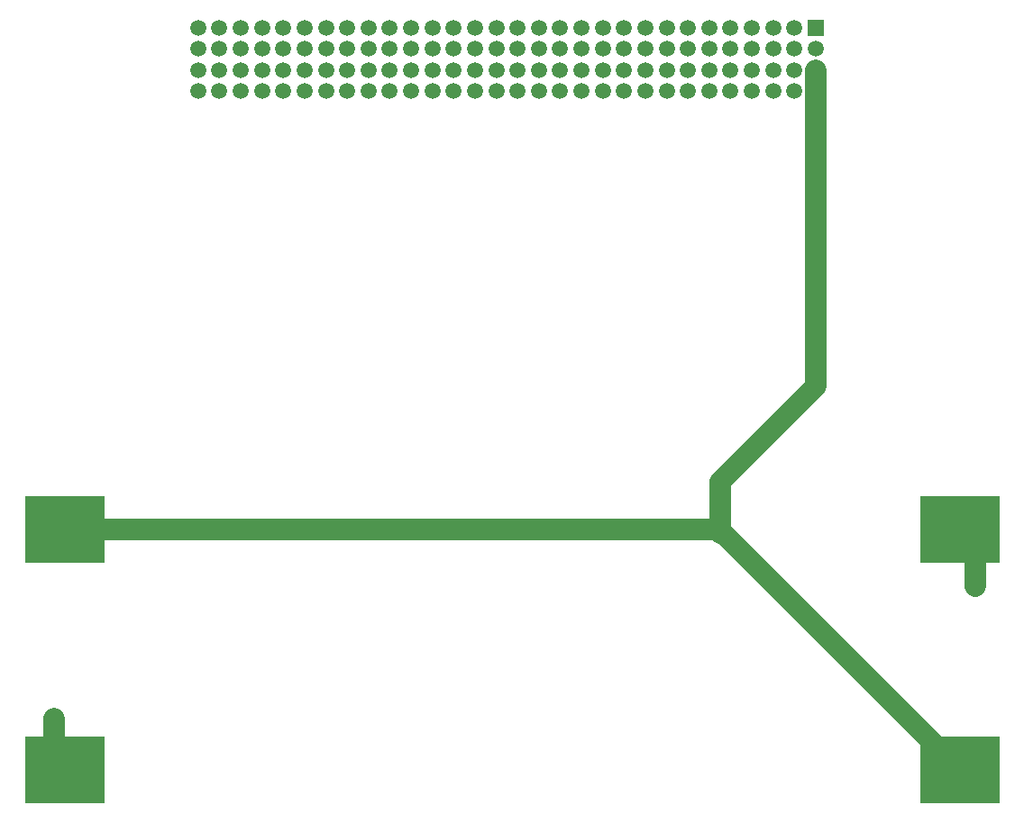
<source format=gbr>
%TF.GenerationSoftware,KiCad,Pcbnew,8.0.0*%
%TF.CreationDate,2025-01-17T03:21:33+02:00*%
%TF.ProjectId,diplomna_2024_bms_pcb_layout,6469706c-6f6d-46e6-915f-323032345f62,rev?*%
%TF.SameCoordinates,Original*%
%TF.FileFunction,Copper,L1,Top*%
%TF.FilePolarity,Positive*%
%FSLAX46Y46*%
G04 Gerber Fmt 4.6, Leading zero omitted, Abs format (unit mm)*
G04 Created by KiCad (PCBNEW 8.0.0) date 2025-01-17 03:21:33*
%MOMM*%
%LPD*%
G01*
G04 APERTURE LIST*
%TA.AperFunction,ComponentPad*%
%ADD10R,1.500000X1.500000*%
%TD*%
%TA.AperFunction,ComponentPad*%
%ADD11C,1.500000*%
%TD*%
%TA.AperFunction,SMDPad,CuDef*%
%ADD12R,7.540000X6.350000*%
%TD*%
%TA.AperFunction,ViaPad*%
%ADD13C,0.600000*%
%TD*%
%TA.AperFunction,Conductor*%
%ADD14C,0.200000*%
%TD*%
%TA.AperFunction,Conductor*%
%ADD15C,2.000000*%
%TD*%
G04 APERTURE END LIST*
D10*
%TO.P,J\u002A\u002A,1*%
%TO.N,GND*%
X251000000Y-53500000D03*
D11*
%TO.P,J\u002A\u002A,2*%
X249000000Y-53500000D03*
%TO.P,J\u002A\u002A,3*%
%TO.N,N/C*%
X247000000Y-53500000D03*
%TO.P,J\u002A\u002A,4*%
X245000000Y-53500000D03*
%TO.P,J\u002A\u002A,5*%
X243000000Y-53500000D03*
%TO.P,J\u002A\u002A,6*%
X241000000Y-53500000D03*
%TO.P,J\u002A\u002A,7*%
X239000000Y-53500000D03*
%TO.P,J\u002A\u002A,8*%
X237000000Y-53500000D03*
%TO.P,J\u002A\u002A,9*%
X235000000Y-53500000D03*
%TO.P,J\u002A\u002A,10*%
X233000000Y-53500000D03*
%TO.P,J\u002A\u002A,11*%
X231000000Y-53500000D03*
%TO.P,J\u002A\u002A,12*%
X229000000Y-53500000D03*
%TO.P,J\u002A\u002A,13*%
X227000000Y-53500000D03*
%TO.P,J\u002A\u002A,14*%
X225000000Y-53500000D03*
%TO.P,J\u002A\u002A,15*%
X223000000Y-53500000D03*
%TO.P,J\u002A\u002A,16*%
X221000000Y-53500000D03*
%TO.P,J\u002A\u002A,17*%
X219000000Y-53500000D03*
%TO.P,J\u002A\u002A,18*%
X217000000Y-53500000D03*
%TO.P,J\u002A\u002A,19*%
X215000000Y-53500000D03*
%TO.P,J\u002A\u002A,20*%
X213000000Y-53500000D03*
%TO.P,J\u002A\u002A,21*%
X211000000Y-53500000D03*
%TO.P,J\u002A\u002A,22*%
X209000000Y-53500000D03*
%TO.P,J\u002A\u002A,23*%
X207000000Y-53500000D03*
%TO.P,J\u002A\u002A,24*%
X205000000Y-53500000D03*
%TO.P,J\u002A\u002A,25*%
X203000000Y-53500000D03*
%TO.P,J\u002A\u002A,26*%
X201000000Y-53500000D03*
%TO.P,J\u002A\u002A,27*%
X199000000Y-53500000D03*
%TO.P,J\u002A\u002A,28*%
X197000000Y-53500000D03*
%TO.P,J\u002A\u002A,29*%
X195000000Y-53500000D03*
%TO.P,J\u002A\u002A,30*%
%TO.N,GND*%
X193000000Y-53500000D03*
%TO.P,J\u002A\u002A,31*%
X251000000Y-55500000D03*
%TO.P,J\u002A\u002A,32*%
%TO.N,N/C*%
X249000000Y-55500000D03*
%TO.P,J\u002A\u002A,33*%
X247000000Y-55500000D03*
%TO.P,J\u002A\u002A,34*%
X245000000Y-55500000D03*
%TO.P,J\u002A\u002A,35*%
X243000000Y-55500000D03*
%TO.P,J\u002A\u002A,36*%
X241000000Y-55500000D03*
%TO.P,J\u002A\u002A,37*%
X239000000Y-55500000D03*
%TO.P,J\u002A\u002A,38*%
X237000000Y-55500000D03*
%TO.P,J\u002A\u002A,39*%
X235000000Y-55500000D03*
%TO.P,J\u002A\u002A,40*%
X233000000Y-55500000D03*
%TO.P,J\u002A\u002A,41*%
X231000000Y-55500000D03*
%TO.P,J\u002A\u002A,42*%
X229000000Y-55500000D03*
%TO.P,J\u002A\u002A,43*%
X227000000Y-55500000D03*
%TO.P,J\u002A\u002A,44*%
X225000000Y-55500000D03*
%TO.P,J\u002A\u002A,45*%
X223000000Y-55500000D03*
%TO.P,J\u002A\u002A,46*%
X221000000Y-55500000D03*
%TO.P,J\u002A\u002A,47*%
X219000000Y-55500000D03*
%TO.P,J\u002A\u002A,48*%
X217000000Y-55500000D03*
%TO.P,J\u002A\u002A,49*%
X215000000Y-55500000D03*
%TO.P,J\u002A\u002A,50*%
X213000000Y-55500000D03*
%TO.P,J\u002A\u002A,51*%
X211000000Y-55500000D03*
%TO.P,J\u002A\u002A,52*%
X209000000Y-55500000D03*
%TO.P,J\u002A\u002A,53*%
X207000000Y-55500000D03*
%TO.P,J\u002A\u002A,54*%
X205000000Y-55500000D03*
%TO.P,J\u002A\u002A,55*%
X203000000Y-55500000D03*
%TO.P,J\u002A\u002A,56*%
X201000000Y-55500000D03*
%TO.P,J\u002A\u002A,57*%
X199000000Y-55500000D03*
%TO.P,J\u002A\u002A,58*%
X197000000Y-55500000D03*
%TO.P,J\u002A\u002A,59*%
X195000000Y-55500000D03*
%TO.P,J\u002A\u002A,60*%
X193000000Y-55500000D03*
%TO.P,J\u002A\u002A,61*%
%TO.N,VDD*%
X251000000Y-57500000D03*
%TO.P,J\u002A\u002A,62*%
%TO.N,N/C*%
X249000000Y-57500000D03*
%TO.P,J\u002A\u002A,63*%
X247000000Y-57500000D03*
%TO.P,J\u002A\u002A,64*%
X245000000Y-57500000D03*
%TO.P,J\u002A\u002A,65*%
X243000000Y-57500000D03*
%TO.P,J\u002A\u002A,66*%
X241000000Y-57500000D03*
%TO.P,J\u002A\u002A,67*%
X239000000Y-57500000D03*
%TO.P,J\u002A\u002A,68*%
X237000000Y-57500000D03*
%TO.P,J\u002A\u002A,69*%
X235000000Y-57500000D03*
%TO.P,J\u002A\u002A,70*%
X233000000Y-57500000D03*
%TO.P,J\u002A\u002A,71*%
X231000000Y-57500000D03*
%TO.P,J\u002A\u002A,72*%
X229000000Y-57500000D03*
%TO.P,J\u002A\u002A,73*%
X227000000Y-57500000D03*
%TO.P,J\u002A\u002A,74*%
X225000000Y-57500000D03*
%TO.P,J\u002A\u002A,75*%
X223000000Y-57500000D03*
%TO.P,J\u002A\u002A,76*%
X221000000Y-57500000D03*
%TO.P,J\u002A\u002A,77*%
X219000000Y-57500000D03*
%TO.P,J\u002A\u002A,78*%
X217000000Y-57500000D03*
%TO.P,J\u002A\u002A,79*%
X215000000Y-57500000D03*
%TO.P,J\u002A\u002A,80*%
X213000000Y-57500000D03*
%TO.P,J\u002A\u002A,81*%
X211000000Y-57500000D03*
%TO.P,J\u002A\u002A,82*%
X209000000Y-57500000D03*
%TO.P,J\u002A\u002A,83*%
X207000000Y-57500000D03*
%TO.P,J\u002A\u002A,84*%
X205000000Y-57500000D03*
%TO.P,J\u002A\u002A,85*%
X203000000Y-57500000D03*
%TO.P,J\u002A\u002A,86*%
X201000000Y-57500000D03*
%TO.P,J\u002A\u002A,87*%
X199000000Y-57500000D03*
%TO.P,J\u002A\u002A,88*%
X197000000Y-57500000D03*
%TO.P,J\u002A\u002A,89*%
X195000000Y-57500000D03*
%TO.P,J\u002A\u002A,90*%
X193000000Y-57500000D03*
%TO.P,J\u002A\u002A,91*%
%TO.N,VDD*%
X251000000Y-59500000D03*
%TO.P,J\u002A\u002A,92*%
%TO.N,N/C*%
X249000000Y-59500000D03*
%TO.P,J\u002A\u002A,93*%
X247000000Y-59500000D03*
%TO.P,J\u002A\u002A,94*%
X245000000Y-59500000D03*
%TO.P,J\u002A\u002A,95*%
X243000000Y-59500000D03*
%TO.P,J\u002A\u002A,96*%
X241000000Y-59500000D03*
%TO.P,J\u002A\u002A,97*%
X239000000Y-59500000D03*
%TO.P,J\u002A\u002A,98*%
X237000000Y-59500000D03*
%TO.P,J\u002A\u002A,99*%
X235000000Y-59500000D03*
%TO.P,J\u002A\u002A,100*%
X233000000Y-59500000D03*
%TO.P,J\u002A\u002A,101*%
X231000000Y-59500000D03*
%TO.P,J\u002A\u002A,102*%
X229000000Y-59500000D03*
%TO.P,J\u002A\u002A,103*%
X227000000Y-59500000D03*
%TO.P,J\u002A\u002A,104*%
X225000000Y-59500000D03*
%TO.P,J\u002A\u002A,105*%
X223000000Y-59500000D03*
%TO.P,J\u002A\u002A,106*%
X221000000Y-59500000D03*
%TO.P,J\u002A\u002A,107*%
X219000000Y-59500000D03*
%TO.P,J\u002A\u002A,108*%
X217000000Y-59500000D03*
%TO.P,J\u002A\u002A,109*%
X215000000Y-59500000D03*
%TO.P,J\u002A\u002A,110*%
X213000000Y-59500000D03*
%TO.P,J\u002A\u002A,111*%
X211000000Y-59500000D03*
%TO.P,J\u002A\u002A,112*%
X209000000Y-59500000D03*
%TO.P,J\u002A\u002A,113*%
X207000000Y-59500000D03*
%TO.P,J\u002A\u002A,114*%
X205000000Y-59500000D03*
%TO.P,J\u002A\u002A,115*%
X203000000Y-59500000D03*
%TO.P,J\u002A\u002A,116*%
X201000000Y-59500000D03*
%TO.P,J\u002A\u002A,117*%
X199000000Y-59500000D03*
%TO.P,J\u002A\u002A,118*%
X197000000Y-59500000D03*
%TO.P,J\u002A\u002A,119*%
X195000000Y-59500000D03*
%TO.P,J\u002A\u002A,120*%
X193000000Y-59500000D03*
%TD*%
D12*
%TO.P,REF\u002A\u002A,N1*%
%TO.N,GND*%
X264550000Y-100720000D03*
%TO.P,REF\u002A\u002A,N2*%
X180450000Y-123280000D03*
%TO.P,REF\u002A\u002A,P1*%
%TO.N,VDD*%
X180450000Y-100720000D03*
%TO.P,REF\u002A\u002A,P2*%
X264550000Y-123280000D03*
%TD*%
D13*
%TO.N,GND*%
X266000000Y-106000000D03*
X179500000Y-118500000D03*
%TO.N,VDD*%
X242000000Y-101000000D03*
%TD*%
D14*
%TO.N,*%
X198928000Y-59572000D02*
X199000000Y-59500000D01*
X233000000Y-59600000D02*
X233000000Y-59500000D01*
%TO.N,GND*%
X266000000Y-102170000D02*
X264550000Y-100720000D01*
X179500000Y-122330000D02*
X180450000Y-123280000D01*
D15*
X266000000Y-106000000D02*
X266000000Y-102170000D01*
X179500000Y-118500000D02*
X179500000Y-122330000D01*
%TO.N,VDD*%
X241990000Y-100720000D02*
X242000000Y-100730000D01*
X242000000Y-101000000D02*
X242270000Y-101000000D01*
X251000000Y-87202715D02*
X251000000Y-57500000D01*
X180450000Y-100720000D02*
X241990000Y-100720000D01*
X242000000Y-100730000D02*
X242000000Y-101000000D01*
X242000000Y-101000000D02*
X242000000Y-96202715D01*
X242000000Y-96202715D02*
X251000000Y-87202715D01*
D14*
X251000000Y-57500000D02*
X251000000Y-59500000D01*
D15*
X242270000Y-101000000D02*
X264550000Y-123280000D01*
%TD*%
M02*

</source>
